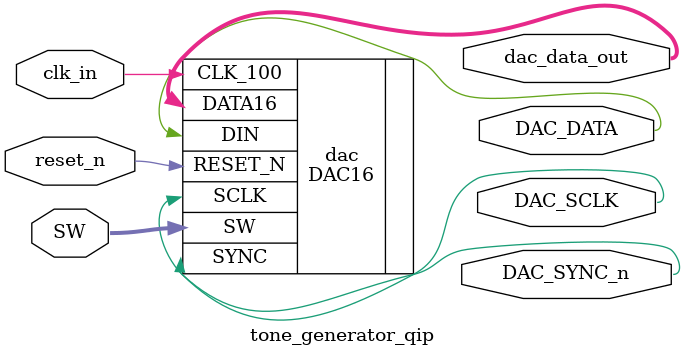
<source format=v>
module tone_generator_qip(


		input 		          		clk_in,
		input 		          		reset_n,
		//////////// DAC //////////
	output 		          		DAC_DATA,
	output		          		DAC_SCLK,
	output		          		DAC_SYNC_n,
	output				[15:0]			dac_data_out,
	input 		     [4:0]		SW
		
		

);

	DAC16 dac (
   .RESET_N (reset_n) , 
   .CLK_100  (clk_in) ,
   .DIN     (DAC_DATA ),
   .SCLK    (DAC_SCLK ),
   .SYNC    (DAC_SYNC_n),
	.DATA16(dac_data_out),
   .SW      (SW[4:0])
 );
 
 
endmodule
</source>
